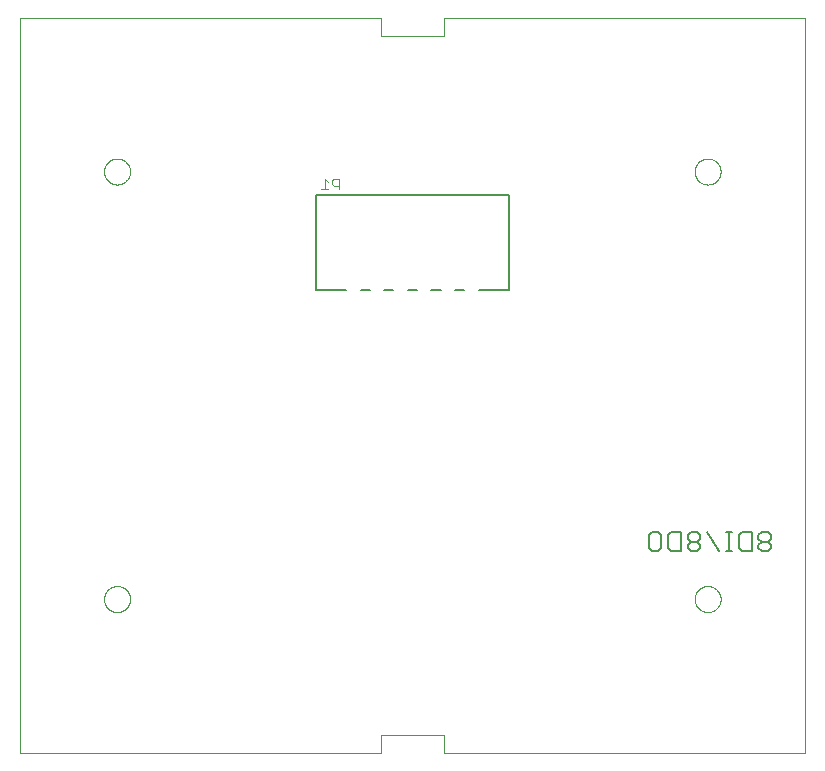
<source format=gbo>
G04 This is an RS-274x file exported by *
G04 gerbv version 2.9.0~963319 *
G04 More information is available about gerbv at *
G04 https://gerbv.github.io/ *
G04 --End of header info--*
%MOIN*%
%FSLAX36Y36*%
%IPPOS*%
%INSilk Bottom*%
G04 --Define apertures--*
%ADD10C,0.0000*%
%ADD11C,0.0070*%
%ADD12C,0.0080*%
%ADD13C,0.0040*%
G04 --Start main section--*
G54D10*
G01X0000000Y0000000D02*
G01X1204724Y0000000D01*
G01X1204724Y0000000D02*
G01X1204724Y0059055D01*
G01X1204724Y0059055D02*
G01X1413386Y0059055D01*
G01X1413386Y0059055D02*
G01X1413386Y0000000D01*
G01X1413386Y0000000D02*
G01X2618110Y0000000D01*
G01X2618110Y0000000D02*
G01X2618110Y2448819D01*
G01X2618110Y2448819D02*
G01X1413386Y2448819D01*
G01X1413386Y2448819D02*
G01X1413386Y2389764D01*
G01X1413386Y2389764D02*
G01X1204724Y2389764D01*
G01X1204724Y2389764D02*
G01X1204724Y2448819D01*
G01X1204724Y2448819D02*
G01X0000000Y2448819D01*
G01X0000000Y2448819D02*
G01X0000000Y0000000D01*
G01X0281496Y1937008D02*
G01X0281508Y1938071D01*
G01X0281508Y1938071D02*
G01X0281547Y1939134D01*
G01X0281547Y1939134D02*
G01X0281614Y1940193D01*
G01X0281614Y1940193D02*
G01X0281705Y1941252D01*
G01X0281705Y1941252D02*
G01X0281823Y1942311D01*
G01X0281823Y1942311D02*
G01X0281965Y1943362D01*
G01X0281965Y1943362D02*
G01X0282134Y1944413D01*
G01X0282134Y1944413D02*
G01X0282327Y1945457D01*
G01X0282327Y1945457D02*
G01X0282547Y1946496D01*
G01X0282547Y1946496D02*
G01X0282795Y1947531D01*
G01X0282795Y1947531D02*
G01X0283063Y1948559D01*
G01X0283063Y1948559D02*
G01X0283362Y1949579D01*
G01X0283362Y1949579D02*
G01X0283681Y1950591D01*
G01X0283681Y1950591D02*
G01X0284028Y1951598D01*
G01X0284028Y1951598D02*
G01X0284398Y1952594D01*
G01X0284398Y1952594D02*
G01X0284791Y1953583D01*
G01X0284791Y1953583D02*
G01X0285213Y1954559D01*
G01X0285213Y1954559D02*
G01X0285654Y1955524D01*
G01X0285654Y1955524D02*
G01X0286122Y1956480D01*
G01X0286122Y1956480D02*
G01X0286610Y1957421D01*
G01X0286610Y1957421D02*
G01X0287122Y1958354D01*
G01X0287122Y1958354D02*
G01X0287657Y1959272D01*
G01X0287657Y1959272D02*
G01X0288217Y1960177D01*
G01X0288217Y1960177D02*
G01X0288795Y1961067D01*
G01X0288795Y1961067D02*
G01X0289398Y1961945D01*
G01X0289398Y1961945D02*
G01X0290020Y1962807D01*
G01X0290020Y1962807D02*
G01X0290661Y1963654D01*
G01X0290661Y1963654D02*
G01X0291327Y1964480D01*
G01X0291327Y1964480D02*
G01X0292012Y1965295D01*
G01X0292012Y1965295D02*
G01X0292717Y1966091D01*
G01X0292717Y1966091D02*
G01X0293437Y1966870D01*
G01X0293437Y1966870D02*
G01X0294181Y1967630D01*
G01X0294181Y1967630D02*
G01X0294941Y1968374D01*
G01X0294941Y1968374D02*
G01X0295720Y1969094D01*
G01X0295720Y1969094D02*
G01X0296516Y1969799D01*
G01X0296516Y1969799D02*
G01X0297331Y1970484D01*
G01X0297331Y1970484D02*
G01X0298157Y1971150D01*
G01X0298157Y1971150D02*
G01X0299004Y1971791D01*
G01X0299004Y1971791D02*
G01X0299866Y1972413D01*
G01X0299866Y1972413D02*
G01X0300744Y1973016D01*
G01X0300744Y1973016D02*
G01X0301634Y1973594D01*
G01X0301634Y1973594D02*
G01X0302539Y1974154D01*
G01X0302539Y1974154D02*
G01X0303457Y1974689D01*
G01X0303457Y1974689D02*
G01X0304390Y1975201D01*
G01X0304390Y1975201D02*
G01X0305331Y1975689D01*
G01X0305331Y1975689D02*
G01X0306287Y1976157D01*
G01X0306287Y1976157D02*
G01X0307252Y1976598D01*
G01X0307252Y1976598D02*
G01X0308228Y1977020D01*
G01X0308228Y1977020D02*
G01X0309217Y1977413D01*
G01X0309217Y1977413D02*
G01X0310213Y1977783D01*
G01X0310213Y1977783D02*
G01X0311220Y1978130D01*
G01X0311220Y1978130D02*
G01X0312232Y1978449D01*
G01X0312232Y1978449D02*
G01X0313252Y1978748D01*
G01X0313252Y1978748D02*
G01X0314280Y1979016D01*
G01X0314280Y1979016D02*
G01X0315315Y1979264D01*
G01X0315315Y1979264D02*
G01X0316354Y1979484D01*
G01X0316354Y1979484D02*
G01X0317398Y1979677D01*
G01X0317398Y1979677D02*
G01X0318449Y1979846D01*
G01X0318449Y1979846D02*
G01X0319500Y1979988D01*
G01X0319500Y1979988D02*
G01X0320559Y1980106D01*
G01X0320559Y1980106D02*
G01X0321618Y1980197D01*
G01X0321618Y1980197D02*
G01X0322677Y1980264D01*
G01X0322677Y1980264D02*
G01X0323740Y1980303D01*
G01X0323740Y1980303D02*
G01X0324803Y1980315D01*
G01X0324803Y1980315D02*
G01X0325866Y1980303D01*
G01X0325866Y1980303D02*
G01X0326929Y1980264D01*
G01X0326929Y1980264D02*
G01X0327988Y1980197D01*
G01X0327988Y1980197D02*
G01X0329047Y1980106D01*
G01X0329047Y1980106D02*
G01X0330106Y1979988D01*
G01X0330106Y1979988D02*
G01X0331157Y1979846D01*
G01X0331157Y1979846D02*
G01X0332209Y1979677D01*
G01X0332209Y1979677D02*
G01X0333252Y1979484D01*
G01X0333252Y1979484D02*
G01X0334291Y1979264D01*
G01X0334291Y1979264D02*
G01X0335327Y1979016D01*
G01X0335327Y1979016D02*
G01X0336354Y1978748D01*
G01X0336354Y1978748D02*
G01X0337374Y1978449D01*
G01X0337374Y1978449D02*
G01X0338386Y1978130D01*
G01X0338386Y1978130D02*
G01X0339394Y1977783D01*
G01X0339394Y1977783D02*
G01X0340390Y1977413D01*
G01X0340390Y1977413D02*
G01X0341378Y1977020D01*
G01X0341378Y1977020D02*
G01X0342354Y1976598D01*
G01X0342354Y1976598D02*
G01X0343319Y1976157D01*
G01X0343319Y1976157D02*
G01X0344276Y1975689D01*
G01X0344276Y1975689D02*
G01X0345217Y1975201D01*
G01X0345217Y1975201D02*
G01X0346150Y1974689D01*
G01X0346150Y1974689D02*
G01X0347067Y1974154D01*
G01X0347067Y1974154D02*
G01X0347972Y1973594D01*
G01X0347972Y1973594D02*
G01X0348862Y1973016D01*
G01X0348862Y1973016D02*
G01X0349740Y1972413D01*
G01X0349740Y1972413D02*
G01X0350602Y1971791D01*
G01X0350602Y1971791D02*
G01X0351449Y1971150D01*
G01X0351449Y1971150D02*
G01X0352276Y1970484D01*
G01X0352276Y1970484D02*
G01X0353091Y1969799D01*
G01X0353091Y1969799D02*
G01X0353886Y1969094D01*
G01X0353886Y1969094D02*
G01X0354665Y1968374D01*
G01X0354665Y1968374D02*
G01X0355425Y1967630D01*
G01X0355425Y1967630D02*
G01X0356169Y1966870D01*
G01X0356169Y1966870D02*
G01X0356890Y1966091D01*
G01X0356890Y1966091D02*
G01X0357594Y1965295D01*
G01X0357594Y1965295D02*
G01X0358280Y1964480D01*
G01X0358280Y1964480D02*
G01X0358945Y1963654D01*
G01X0358945Y1963654D02*
G01X0359587Y1962807D01*
G01X0359587Y1962807D02*
G01X0360209Y1961945D01*
G01X0360209Y1961945D02*
G01X0360811Y1961067D01*
G01X0360811Y1961067D02*
G01X0361390Y1960177D01*
G01X0361390Y1960177D02*
G01X0361949Y1959272D01*
G01X0361949Y1959272D02*
G01X0362484Y1958354D01*
G01X0362484Y1958354D02*
G01X0362996Y1957421D01*
G01X0362996Y1957421D02*
G01X0363484Y1956480D01*
G01X0363484Y1956480D02*
G01X0363953Y1955524D01*
G01X0363953Y1955524D02*
G01X0364394Y1954559D01*
G01X0364394Y1954559D02*
G01X0364815Y1953583D01*
G01X0364815Y1953583D02*
G01X0365209Y1952594D01*
G01X0365209Y1952594D02*
G01X0365579Y1951598D01*
G01X0365579Y1951598D02*
G01X0365925Y1950591D01*
G01X0365925Y1950591D02*
G01X0366244Y1949579D01*
G01X0366244Y1949579D02*
G01X0366543Y1948559D01*
G01X0366543Y1948559D02*
G01X0366811Y1947531D01*
G01X0366811Y1947531D02*
G01X0367059Y1946496D01*
G01X0367059Y1946496D02*
G01X0367280Y1945457D01*
G01X0367280Y1945457D02*
G01X0367472Y1944413D01*
G01X0367472Y1944413D02*
G01X0367642Y1943362D01*
G01X0367642Y1943362D02*
G01X0367783Y1942311D01*
G01X0367783Y1942311D02*
G01X0367902Y1941252D01*
G01X0367902Y1941252D02*
G01X0367992Y1940193D01*
G01X0367992Y1940193D02*
G01X0368059Y1939134D01*
G01X0368059Y1939134D02*
G01X0368098Y1938071D01*
G01X0368098Y1938071D02*
G01X0368110Y1937008D01*
G01X0368110Y1937008D02*
G01X0368098Y1935945D01*
G01X0368098Y1935945D02*
G01X0368059Y1934882D01*
G01X0368059Y1934882D02*
G01X0367992Y1933823D01*
G01X0367992Y1933823D02*
G01X0367902Y1932764D01*
G01X0367902Y1932764D02*
G01X0367783Y1931705D01*
G01X0367783Y1931705D02*
G01X0367642Y1930654D01*
G01X0367642Y1930654D02*
G01X0367472Y1929602D01*
G01X0367472Y1929602D02*
G01X0367280Y1928559D01*
G01X0367280Y1928559D02*
G01X0367059Y1927520D01*
G01X0367059Y1927520D02*
G01X0366811Y1926484D01*
G01X0366811Y1926484D02*
G01X0366543Y1925457D01*
G01X0366543Y1925457D02*
G01X0366244Y1924437D01*
G01X0366244Y1924437D02*
G01X0365925Y1923425D01*
G01X0365925Y1923425D02*
G01X0365579Y1922417D01*
G01X0365579Y1922417D02*
G01X0365209Y1921421D01*
G01X0365209Y1921421D02*
G01X0364815Y1920433D01*
G01X0364815Y1920433D02*
G01X0364394Y1919457D01*
G01X0364394Y1919457D02*
G01X0363953Y1918492D01*
G01X0363953Y1918492D02*
G01X0363484Y1917535D01*
G01X0363484Y1917535D02*
G01X0362996Y1916594D01*
G01X0362996Y1916594D02*
G01X0362484Y1915661D01*
G01X0362484Y1915661D02*
G01X0361949Y1914744D01*
G01X0361949Y1914744D02*
G01X0361390Y1913839D01*
G01X0361390Y1913839D02*
G01X0360811Y1912949D01*
G01X0360811Y1912949D02*
G01X0360209Y1912071D01*
G01X0360209Y1912071D02*
G01X0359587Y1911209D01*
G01X0359587Y1911209D02*
G01X0358945Y1910362D01*
G01X0358945Y1910362D02*
G01X0358280Y1909535D01*
G01X0358280Y1909535D02*
G01X0357594Y1908720D01*
G01X0357594Y1908720D02*
G01X0356890Y1907925D01*
G01X0356890Y1907925D02*
G01X0356169Y1907146D01*
G01X0356169Y1907146D02*
G01X0355425Y1906386D01*
G01X0355425Y1906386D02*
G01X0354665Y1905642D01*
G01X0354665Y1905642D02*
G01X0353886Y1904921D01*
G01X0353886Y1904921D02*
G01X0353091Y1904217D01*
G01X0353091Y1904217D02*
G01X0352276Y1903531D01*
G01X0352276Y1903531D02*
G01X0351449Y1902866D01*
G01X0351449Y1902866D02*
G01X0350602Y1902224D01*
G01X0350602Y1902224D02*
G01X0349740Y1901602D01*
G01X0349740Y1901602D02*
G01X0348862Y1901000D01*
G01X0348862Y1901000D02*
G01X0347972Y1900421D01*
G01X0347972Y1900421D02*
G01X0347067Y1899862D01*
G01X0347067Y1899862D02*
G01X0346150Y1899327D01*
G01X0346150Y1899327D02*
G01X0345217Y1898815D01*
G01X0345217Y1898815D02*
G01X0344276Y1898327D01*
G01X0344276Y1898327D02*
G01X0343319Y1897858D01*
G01X0343319Y1897858D02*
G01X0342354Y1897417D01*
G01X0342354Y1897417D02*
G01X0341378Y1896996D01*
G01X0341378Y1896996D02*
G01X0340390Y1896602D01*
G01X0340390Y1896602D02*
G01X0339394Y1896232D01*
G01X0339394Y1896232D02*
G01X0338386Y1895886D01*
G01X0338386Y1895886D02*
G01X0337374Y1895567D01*
G01X0337374Y1895567D02*
G01X0336354Y1895268D01*
G01X0336354Y1895268D02*
G01X0335327Y1895000D01*
G01X0335327Y1895000D02*
G01X0334291Y1894752D01*
G01X0334291Y1894752D02*
G01X0333252Y1894531D01*
G01X0333252Y1894531D02*
G01X0332209Y1894339D01*
G01X0332209Y1894339D02*
G01X0331157Y1894169D01*
G01X0331157Y1894169D02*
G01X0330106Y1894028D01*
G01X0330106Y1894028D02*
G01X0329047Y1893909D01*
G01X0329047Y1893909D02*
G01X0327988Y1893819D01*
G01X0327988Y1893819D02*
G01X0326929Y1893752D01*
G01X0326929Y1893752D02*
G01X0325866Y1893713D01*
G01X0325866Y1893713D02*
G01X0324803Y1893701D01*
G01X0324803Y1893701D02*
G01X0323740Y1893713D01*
G01X0323740Y1893713D02*
G01X0322677Y1893752D01*
G01X0322677Y1893752D02*
G01X0321618Y1893819D01*
G01X0321618Y1893819D02*
G01X0320559Y1893909D01*
G01X0320559Y1893909D02*
G01X0319500Y1894028D01*
G01X0319500Y1894028D02*
G01X0318449Y1894169D01*
G01X0318449Y1894169D02*
G01X0317398Y1894339D01*
G01X0317398Y1894339D02*
G01X0316354Y1894531D01*
G01X0316354Y1894531D02*
G01X0315315Y1894752D01*
G01X0315315Y1894752D02*
G01X0314280Y1895000D01*
G01X0314280Y1895000D02*
G01X0313252Y1895268D01*
G01X0313252Y1895268D02*
G01X0312232Y1895567D01*
G01X0312232Y1895567D02*
G01X0311220Y1895886D01*
G01X0311220Y1895886D02*
G01X0310213Y1896232D01*
G01X0310213Y1896232D02*
G01X0309217Y1896602D01*
G01X0309217Y1896602D02*
G01X0308228Y1896996D01*
G01X0308228Y1896996D02*
G01X0307252Y1897417D01*
G01X0307252Y1897417D02*
G01X0306287Y1897858D01*
G01X0306287Y1897858D02*
G01X0305331Y1898327D01*
G01X0305331Y1898327D02*
G01X0304390Y1898815D01*
G01X0304390Y1898815D02*
G01X0303457Y1899327D01*
G01X0303457Y1899327D02*
G01X0302539Y1899862D01*
G01X0302539Y1899862D02*
G01X0301634Y1900421D01*
G01X0301634Y1900421D02*
G01X0300744Y1901000D01*
G01X0300744Y1901000D02*
G01X0299866Y1901602D01*
G01X0299866Y1901602D02*
G01X0299004Y1902224D01*
G01X0299004Y1902224D02*
G01X0298157Y1902866D01*
G01X0298157Y1902866D02*
G01X0297331Y1903531D01*
G01X0297331Y1903531D02*
G01X0296516Y1904217D01*
G01X0296516Y1904217D02*
G01X0295720Y1904921D01*
G01X0295720Y1904921D02*
G01X0294941Y1905642D01*
G01X0294941Y1905642D02*
G01X0294181Y1906386D01*
G01X0294181Y1906386D02*
G01X0293437Y1907146D01*
G01X0293437Y1907146D02*
G01X0292717Y1907925D01*
G01X0292717Y1907925D02*
G01X0292012Y1908720D01*
G01X0292012Y1908720D02*
G01X0291327Y1909535D01*
G01X0291327Y1909535D02*
G01X0290661Y1910362D01*
G01X0290661Y1910362D02*
G01X0290020Y1911209D01*
G01X0290020Y1911209D02*
G01X0289398Y1912071D01*
G01X0289398Y1912071D02*
G01X0288795Y1912949D01*
G01X0288795Y1912949D02*
G01X0288217Y1913839D01*
G01X0288217Y1913839D02*
G01X0287657Y1914744D01*
G01X0287657Y1914744D02*
G01X0287122Y1915661D01*
G01X0287122Y1915661D02*
G01X0286610Y1916594D01*
G01X0286610Y1916594D02*
G01X0286122Y1917535D01*
G01X0286122Y1917535D02*
G01X0285654Y1918492D01*
G01X0285654Y1918492D02*
G01X0285213Y1919457D01*
G01X0285213Y1919457D02*
G01X0284791Y1920433D01*
G01X0284791Y1920433D02*
G01X0284398Y1921421D01*
G01X0284398Y1921421D02*
G01X0284028Y1922417D01*
G01X0284028Y1922417D02*
G01X0283681Y1923425D01*
G01X0283681Y1923425D02*
G01X0283362Y1924437D01*
G01X0283362Y1924437D02*
G01X0283063Y1925457D01*
G01X0283063Y1925457D02*
G01X0282795Y1926484D01*
G01X0282795Y1926484D02*
G01X0282547Y1927520D01*
G01X0282547Y1927520D02*
G01X0282327Y1928559D01*
G01X0282327Y1928559D02*
G01X0282134Y1929602D01*
G01X0282134Y1929602D02*
G01X0281965Y1930654D01*
G01X0281965Y1930654D02*
G01X0281823Y1931705D01*
G01X0281823Y1931705D02*
G01X0281705Y1932764D01*
G01X0281705Y1932764D02*
G01X0281614Y1933823D01*
G01X0281614Y1933823D02*
G01X0281547Y1934882D01*
G01X0281547Y1934882D02*
G01X0281508Y1935945D01*
G01X0281508Y1935945D02*
G01X0281496Y1937008D01*
G01X2250000Y0511811D02*
G01X2250012Y0512874D01*
G01X2250012Y0512874D02*
G01X2250051Y0513937D01*
G01X2250051Y0513937D02*
G01X2250118Y0514996D01*
G01X2250118Y0514996D02*
G01X2250209Y0516055D01*
G01X2250209Y0516055D02*
G01X2250327Y0517114D01*
G01X2250327Y0517114D02*
G01X2250469Y0518165D01*
G01X2250469Y0518165D02*
G01X2250638Y0519217D01*
G01X2250638Y0519217D02*
G01X2250831Y0520260D01*
G01X2250831Y0520260D02*
G01X2251051Y0521299D01*
G01X2251051Y0521299D02*
G01X2251299Y0522335D01*
G01X2251299Y0522335D02*
G01X2251567Y0523362D01*
G01X2251567Y0523362D02*
G01X2251866Y0524382D01*
G01X2251866Y0524382D02*
G01X2252185Y0525394D01*
G01X2252185Y0525394D02*
G01X2252531Y0526402D01*
G01X2252531Y0526402D02*
G01X2252902Y0527398D01*
G01X2252902Y0527398D02*
G01X2253295Y0528386D01*
G01X2253295Y0528386D02*
G01X2253717Y0529362D01*
G01X2253717Y0529362D02*
G01X2254157Y0530327D01*
G01X2254157Y0530327D02*
G01X2254626Y0531283D01*
G01X2254626Y0531283D02*
G01X2255114Y0532224D01*
G01X2255114Y0532224D02*
G01X2255626Y0533157D01*
G01X2255626Y0533157D02*
G01X2256161Y0534075D01*
G01X2256161Y0534075D02*
G01X2256720Y0534980D01*
G01X2256720Y0534980D02*
G01X2257299Y0535870D01*
G01X2257299Y0535870D02*
G01X2257902Y0536748D01*
G01X2257902Y0536748D02*
G01X2258524Y0537610D01*
G01X2258524Y0537610D02*
G01X2259165Y0538457D01*
G01X2259165Y0538457D02*
G01X2259831Y0539283D01*
G01X2259831Y0539283D02*
G01X2260516Y0540098D01*
G01X2260516Y0540098D02*
G01X2261220Y0540894D01*
G01X2261220Y0540894D02*
G01X2261941Y0541673D01*
G01X2261941Y0541673D02*
G01X2262685Y0542433D01*
G01X2262685Y0542433D02*
G01X2263445Y0543177D01*
G01X2263445Y0543177D02*
G01X2264224Y0543898D01*
G01X2264224Y0543898D02*
G01X2265020Y0544602D01*
G01X2265020Y0544602D02*
G01X2265835Y0545287D01*
G01X2265835Y0545287D02*
G01X2266661Y0545953D01*
G01X2266661Y0545953D02*
G01X2267508Y0546594D01*
G01X2267508Y0546594D02*
G01X2268370Y0547217D01*
G01X2268370Y0547217D02*
G01X2269248Y0547819D01*
G01X2269248Y0547819D02*
G01X2270138Y0548398D01*
G01X2270138Y0548398D02*
G01X2271043Y0548957D01*
G01X2271043Y0548957D02*
G01X2271961Y0549492D01*
G01X2271961Y0549492D02*
G01X2272894Y0550004D01*
G01X2272894Y0550004D02*
G01X2273835Y0550492D01*
G01X2273835Y0550492D02*
G01X2274791Y0550961D01*
G01X2274791Y0550961D02*
G01X2275756Y0551402D01*
G01X2275756Y0551402D02*
G01X2276732Y0551823D01*
G01X2276732Y0551823D02*
G01X2277720Y0552217D01*
G01X2277720Y0552217D02*
G01X2278717Y0552587D01*
G01X2278717Y0552587D02*
G01X2279724Y0552933D01*
G01X2279724Y0552933D02*
G01X2280736Y0553252D01*
G01X2280736Y0553252D02*
G01X2281756Y0553551D01*
G01X2281756Y0553551D02*
G01X2282783Y0553819D01*
G01X2282783Y0553819D02*
G01X2283819Y0554067D01*
G01X2283819Y0554067D02*
G01X2284858Y0554287D01*
G01X2284858Y0554287D02*
G01X2285902Y0554480D01*
G01X2285902Y0554480D02*
G01X2286953Y0554650D01*
G01X2286953Y0554650D02*
G01X2288004Y0554791D01*
G01X2288004Y0554791D02*
G01X2289063Y0554909D01*
G01X2289063Y0554909D02*
G01X2290122Y0555000D01*
G01X2290122Y0555000D02*
G01X2291181Y0555067D01*
G01X2291181Y0555067D02*
G01X2292244Y0555106D01*
G01X2292244Y0555106D02*
G01X2293307Y0555118D01*
G01X2293307Y0555118D02*
G01X2294370Y0555106D01*
G01X2294370Y0555106D02*
G01X2295433Y0555067D01*
G01X2295433Y0555067D02*
G01X2296492Y0555000D01*
G01X2296492Y0555000D02*
G01X2297551Y0554909D01*
G01X2297551Y0554909D02*
G01X2298610Y0554791D01*
G01X2298610Y0554791D02*
G01X2299661Y0554650D01*
G01X2299661Y0554650D02*
G01X2300713Y0554480D01*
G01X2300713Y0554480D02*
G01X2301756Y0554287D01*
G01X2301756Y0554287D02*
G01X2302795Y0554067D01*
G01X2302795Y0554067D02*
G01X2303831Y0553819D01*
G01X2303831Y0553819D02*
G01X2304858Y0553551D01*
G01X2304858Y0553551D02*
G01X2305878Y0553252D01*
G01X2305878Y0553252D02*
G01X2306890Y0552933D01*
G01X2306890Y0552933D02*
G01X2307898Y0552587D01*
G01X2307898Y0552587D02*
G01X2308894Y0552217D01*
G01X2308894Y0552217D02*
G01X2309882Y0551823D01*
G01X2309882Y0551823D02*
G01X2310858Y0551402D01*
G01X2310858Y0551402D02*
G01X2311823Y0550961D01*
G01X2311823Y0550961D02*
G01X2312780Y0550492D01*
G01X2312780Y0550492D02*
G01X2313720Y0550004D01*
G01X2313720Y0550004D02*
G01X2314654Y0549492D01*
G01X2314654Y0549492D02*
G01X2315571Y0548957D01*
G01X2315571Y0548957D02*
G01X2316476Y0548398D01*
G01X2316476Y0548398D02*
G01X2317366Y0547819D01*
G01X2317366Y0547819D02*
G01X2318244Y0547217D01*
G01X2318244Y0547217D02*
G01X2319106Y0546594D01*
G01X2319106Y0546594D02*
G01X2319953Y0545953D01*
G01X2319953Y0545953D02*
G01X2320780Y0545287D01*
G01X2320780Y0545287D02*
G01X2321594Y0544602D01*
G01X2321594Y0544602D02*
G01X2322390Y0543898D01*
G01X2322390Y0543898D02*
G01X2323169Y0543177D01*
G01X2323169Y0543177D02*
G01X2323929Y0542433D01*
G01X2323929Y0542433D02*
G01X2324673Y0541673D01*
G01X2324673Y0541673D02*
G01X2325394Y0540894D01*
G01X2325394Y0540894D02*
G01X2326098Y0540098D01*
G01X2326098Y0540098D02*
G01X2326783Y0539283D01*
G01X2326783Y0539283D02*
G01X2327449Y0538457D01*
G01X2327449Y0538457D02*
G01X2328091Y0537610D01*
G01X2328091Y0537610D02*
G01X2328713Y0536748D01*
G01X2328713Y0536748D02*
G01X2329315Y0535870D01*
G01X2329315Y0535870D02*
G01X2329894Y0534980D01*
G01X2329894Y0534980D02*
G01X2330453Y0534075D01*
G01X2330453Y0534075D02*
G01X2330988Y0533157D01*
G01X2330988Y0533157D02*
G01X2331500Y0532224D01*
G01X2331500Y0532224D02*
G01X2331988Y0531283D01*
G01X2331988Y0531283D02*
G01X2332457Y0530327D01*
G01X2332457Y0530327D02*
G01X2332898Y0529362D01*
G01X2332898Y0529362D02*
G01X2333319Y0528386D01*
G01X2333319Y0528386D02*
G01X2333713Y0527398D01*
G01X2333713Y0527398D02*
G01X2334083Y0526402D01*
G01X2334083Y0526402D02*
G01X2334429Y0525394D01*
G01X2334429Y0525394D02*
G01X2334748Y0524382D01*
G01X2334748Y0524382D02*
G01X2335047Y0523362D01*
G01X2335047Y0523362D02*
G01X2335315Y0522335D01*
G01X2335315Y0522335D02*
G01X2335563Y0521299D01*
G01X2335563Y0521299D02*
G01X2335783Y0520260D01*
G01X2335783Y0520260D02*
G01X2335976Y0519217D01*
G01X2335976Y0519217D02*
G01X2336146Y0518165D01*
G01X2336146Y0518165D02*
G01X2336287Y0517114D01*
G01X2336287Y0517114D02*
G01X2336406Y0516055D01*
G01X2336406Y0516055D02*
G01X2336496Y0514996D01*
G01X2336496Y0514996D02*
G01X2336563Y0513937D01*
G01X2336563Y0513937D02*
G01X2336602Y0512874D01*
G01X2336602Y0512874D02*
G01X2336614Y0511811D01*
G01X2336614Y0511811D02*
G01X2336602Y0510748D01*
G01X2336602Y0510748D02*
G01X2336563Y0509685D01*
G01X2336563Y0509685D02*
G01X2336496Y0508626D01*
G01X2336496Y0508626D02*
G01X2336406Y0507567D01*
G01X2336406Y0507567D02*
G01X2336287Y0506508D01*
G01X2336287Y0506508D02*
G01X2336146Y0505457D01*
G01X2336146Y0505457D02*
G01X2335976Y0504406D01*
G01X2335976Y0504406D02*
G01X2335783Y0503362D01*
G01X2335783Y0503362D02*
G01X2335563Y0502323D01*
G01X2335563Y0502323D02*
G01X2335315Y0501287D01*
G01X2335315Y0501287D02*
G01X2335047Y0500260D01*
G01X2335047Y0500260D02*
G01X2334748Y0499240D01*
G01X2334748Y0499240D02*
G01X2334429Y0498228D01*
G01X2334429Y0498228D02*
G01X2334083Y0497220D01*
G01X2334083Y0497220D02*
G01X2333713Y0496224D01*
G01X2333713Y0496224D02*
G01X2333319Y0495236D01*
G01X2333319Y0495236D02*
G01X2332898Y0494260D01*
G01X2332898Y0494260D02*
G01X2332457Y0493295D01*
G01X2332457Y0493295D02*
G01X2331988Y0492339D01*
G01X2331988Y0492339D02*
G01X2331500Y0491398D01*
G01X2331500Y0491398D02*
G01X2330988Y0490465D01*
G01X2330988Y0490465D02*
G01X2330453Y0489547D01*
G01X2330453Y0489547D02*
G01X2329894Y0488642D01*
G01X2329894Y0488642D02*
G01X2329315Y0487752D01*
G01X2329315Y0487752D02*
G01X2328713Y0486874D01*
G01X2328713Y0486874D02*
G01X2328091Y0486012D01*
G01X2328091Y0486012D02*
G01X2327449Y0485165D01*
G01X2327449Y0485165D02*
G01X2326783Y0484339D01*
G01X2326783Y0484339D02*
G01X2326098Y0483524D01*
G01X2326098Y0483524D02*
G01X2325394Y0482728D01*
G01X2325394Y0482728D02*
G01X2324673Y0481949D01*
G01X2324673Y0481949D02*
G01X2323929Y0481189D01*
G01X2323929Y0481189D02*
G01X2323169Y0480445D01*
G01X2323169Y0480445D02*
G01X2322390Y0479724D01*
G01X2322390Y0479724D02*
G01X2321594Y0479020D01*
G01X2321594Y0479020D02*
G01X2320780Y0478335D01*
G01X2320780Y0478335D02*
G01X2319953Y0477669D01*
G01X2319953Y0477669D02*
G01X2319106Y0477028D01*
G01X2319106Y0477028D02*
G01X2318244Y0476406D01*
G01X2318244Y0476406D02*
G01X2317366Y0475803D01*
G01X2317366Y0475803D02*
G01X2316476Y0475224D01*
G01X2316476Y0475224D02*
G01X2315571Y0474665D01*
G01X2315571Y0474665D02*
G01X2314654Y0474130D01*
G01X2314654Y0474130D02*
G01X2313720Y0473618D01*
G01X2313720Y0473618D02*
G01X2312780Y0473130D01*
G01X2312780Y0473130D02*
G01X2311823Y0472661D01*
G01X2311823Y0472661D02*
G01X2310858Y0472220D01*
G01X2310858Y0472220D02*
G01X2309882Y0471799D01*
G01X2309882Y0471799D02*
G01X2308894Y0471406D01*
G01X2308894Y0471406D02*
G01X2307898Y0471035D01*
G01X2307898Y0471035D02*
G01X2306890Y0470689D01*
G01X2306890Y0470689D02*
G01X2305878Y0470370D01*
G01X2305878Y0470370D02*
G01X2304858Y0470071D01*
G01X2304858Y0470071D02*
G01X2303831Y0469803D01*
G01X2303831Y0469803D02*
G01X2302795Y0469555D01*
G01X2302795Y0469555D02*
G01X2301756Y0469335D01*
G01X2301756Y0469335D02*
G01X2300713Y0469142D01*
G01X2300713Y0469142D02*
G01X2299661Y0468972D01*
G01X2299661Y0468972D02*
G01X2298610Y0468831D01*
G01X2298610Y0468831D02*
G01X2297551Y0468713D01*
G01X2297551Y0468713D02*
G01X2296492Y0468622D01*
G01X2296492Y0468622D02*
G01X2295433Y0468555D01*
G01X2295433Y0468555D02*
G01X2294370Y0468516D01*
G01X2294370Y0468516D02*
G01X2293307Y0468504D01*
G01X2293307Y0468504D02*
G01X2292244Y0468516D01*
G01X2292244Y0468516D02*
G01X2291181Y0468555D01*
G01X2291181Y0468555D02*
G01X2290122Y0468622D01*
G01X2290122Y0468622D02*
G01X2289063Y0468713D01*
G01X2289063Y0468713D02*
G01X2288004Y0468831D01*
G01X2288004Y0468831D02*
G01X2286953Y0468972D01*
G01X2286953Y0468972D02*
G01X2285902Y0469142D01*
G01X2285902Y0469142D02*
G01X2284858Y0469335D01*
G01X2284858Y0469335D02*
G01X2283819Y0469555D01*
G01X2283819Y0469555D02*
G01X2282783Y0469803D01*
G01X2282783Y0469803D02*
G01X2281756Y0470071D01*
G01X2281756Y0470071D02*
G01X2280736Y0470370D01*
G01X2280736Y0470370D02*
G01X2279724Y0470689D01*
G01X2279724Y0470689D02*
G01X2278717Y0471035D01*
G01X2278717Y0471035D02*
G01X2277720Y0471406D01*
G01X2277720Y0471406D02*
G01X2276732Y0471799D01*
G01X2276732Y0471799D02*
G01X2275756Y0472220D01*
G01X2275756Y0472220D02*
G01X2274791Y0472661D01*
G01X2274791Y0472661D02*
G01X2273835Y0473130D01*
G01X2273835Y0473130D02*
G01X2272894Y0473618D01*
G01X2272894Y0473618D02*
G01X2271961Y0474130D01*
G01X2271961Y0474130D02*
G01X2271043Y0474665D01*
G01X2271043Y0474665D02*
G01X2270138Y0475224D01*
G01X2270138Y0475224D02*
G01X2269248Y0475803D01*
G01X2269248Y0475803D02*
G01X2268370Y0476406D01*
G01X2268370Y0476406D02*
G01X2267508Y0477028D01*
G01X2267508Y0477028D02*
G01X2266661Y0477669D01*
G01X2266661Y0477669D02*
G01X2265835Y0478335D01*
G01X2265835Y0478335D02*
G01X2265020Y0479020D01*
G01X2265020Y0479020D02*
G01X2264224Y0479724D01*
G01X2264224Y0479724D02*
G01X2263445Y0480445D01*
G01X2263445Y0480445D02*
G01X2262685Y0481189D01*
G01X2262685Y0481189D02*
G01X2261941Y0481949D01*
G01X2261941Y0481949D02*
G01X2261220Y0482728D01*
G01X2261220Y0482728D02*
G01X2260516Y0483524D01*
G01X2260516Y0483524D02*
G01X2259831Y0484339D01*
G01X2259831Y0484339D02*
G01X2259165Y0485165D01*
G01X2259165Y0485165D02*
G01X2258524Y0486012D01*
G01X2258524Y0486012D02*
G01X2257902Y0486874D01*
G01X2257902Y0486874D02*
G01X2257299Y0487752D01*
G01X2257299Y0487752D02*
G01X2256720Y0488642D01*
G01X2256720Y0488642D02*
G01X2256161Y0489547D01*
G01X2256161Y0489547D02*
G01X2255626Y0490465D01*
G01X2255626Y0490465D02*
G01X2255114Y0491398D01*
G01X2255114Y0491398D02*
G01X2254626Y0492339D01*
G01X2254626Y0492339D02*
G01X2254157Y0493295D01*
G01X2254157Y0493295D02*
G01X2253717Y0494260D01*
G01X2253717Y0494260D02*
G01X2253295Y0495236D01*
G01X2253295Y0495236D02*
G01X2252902Y0496224D01*
G01X2252902Y0496224D02*
G01X2252531Y0497220D01*
G01X2252531Y0497220D02*
G01X2252185Y0498228D01*
G01X2252185Y0498228D02*
G01X2251866Y0499240D01*
G01X2251866Y0499240D02*
G01X2251567Y0500260D01*
G01X2251567Y0500260D02*
G01X2251299Y0501287D01*
G01X2251299Y0501287D02*
G01X2251051Y0502323D01*
G01X2251051Y0502323D02*
G01X2250831Y0503362D01*
G01X2250831Y0503362D02*
G01X2250638Y0504406D01*
G01X2250638Y0504406D02*
G01X2250469Y0505457D01*
G01X2250469Y0505457D02*
G01X2250327Y0506508D01*
G01X2250327Y0506508D02*
G01X2250209Y0507567D01*
G01X2250209Y0507567D02*
G01X2250118Y0508626D01*
G01X2250118Y0508626D02*
G01X2250051Y0509685D01*
G01X2250051Y0509685D02*
G01X2250012Y0510748D01*
G01X2250012Y0510748D02*
G01X2250000Y0511811D01*
G54D11*
G01X2494150Y0734311D02*
G01X2504657Y0723799D01*
G01X2494150Y0734311D02*
G01X2473130Y0734311D01*
G01X2473130Y0734311D02*
G01X2462622Y0723799D01*
G01X2462622Y0723799D02*
G01X2462622Y0713291D01*
G01X2462622Y0713291D02*
G01X2473130Y0702783D01*
G01X2473130Y0702783D02*
G01X2462622Y0692276D01*
G01X2462622Y0692276D02*
G01X2462622Y0681764D01*
G01X2462622Y0681764D02*
G01X2473130Y0671256D01*
G01X2473130Y0671256D02*
G01X2494150Y0671256D01*
G01X2494150Y0671256D02*
G01X2504657Y0681764D01*
G01X2504657Y0681764D02*
G01X2504657Y0692276D01*
G01X2504657Y0692276D02*
G01X2494150Y0702783D01*
G01X2494150Y0702783D02*
G01X2504657Y0713291D01*
G01X2504657Y0713291D02*
G01X2504657Y0723799D01*
G01X2494150Y0702783D02*
G01X2473130Y0702783D01*
G01X2440201Y0734311D02*
G01X2440201Y0671256D01*
G01X2440201Y0671256D02*
G01X2408677Y0671256D01*
G01X2408677Y0671256D02*
G01X2398165Y0681764D01*
G01X2398165Y0681764D02*
G01X2398165Y0723799D01*
G01X2398165Y0723799D02*
G01X2408677Y0734311D01*
G01X2408677Y0734311D02*
G01X2440201Y0734311D01*
G01X2375748Y0671256D02*
G01X2354728Y0671256D01*
G01X2365240Y0671256D02*
G01X2365240Y0734311D01*
G01X2375748Y0734311D02*
G01X2354728Y0734311D01*
G01X2290740Y0734311D02*
G01X2332776Y0671256D01*
G01X2268323Y0723799D02*
G01X2257815Y0734311D01*
G01X2257815Y0734311D02*
G01X2236795Y0734311D01*
G01X2236795Y0734311D02*
G01X2226287Y0723799D01*
G01X2226287Y0723799D02*
G01X2226287Y0713291D01*
G01X2226287Y0713291D02*
G01X2236795Y0702783D01*
G01X2236795Y0702783D02*
G01X2226287Y0692276D01*
G01X2226287Y0692276D02*
G01X2226287Y0681764D01*
G01X2226287Y0681764D02*
G01X2236795Y0671256D01*
G01X2236795Y0671256D02*
G01X2257815Y0671256D01*
G01X2257815Y0671256D02*
G01X2268323Y0681764D01*
G01X2268323Y0681764D02*
G01X2268323Y0692276D01*
G01X2268323Y0692276D02*
G01X2257815Y0702783D01*
G01X2257815Y0702783D02*
G01X2268323Y0713291D01*
G01X2268323Y0713291D02*
G01X2268323Y0723799D01*
G01X2257815Y0702783D02*
G01X2236795Y0702783D01*
G01X2203866Y0734311D02*
G01X2203866Y0671256D01*
G01X2203866Y0671256D02*
G01X2172343Y0671256D01*
G01X2172343Y0671256D02*
G01X2161831Y0681764D01*
G01X2161831Y0681764D02*
G01X2161831Y0723799D01*
G01X2161831Y0723799D02*
G01X2172343Y0734311D01*
G01X2172343Y0734311D02*
G01X2203866Y0734311D01*
G01X2128906Y0734311D02*
G01X2107886Y0734311D01*
G01X2128906Y0734311D02*
G01X2139413Y0723799D01*
G01X2139413Y0723799D02*
G01X2139413Y0681764D01*
G01X2139413Y0681764D02*
G01X2128906Y0671256D01*
G01X2128906Y0671256D02*
G01X2107886Y0671256D01*
G01X2107886Y0671256D02*
G01X2097378Y0681764D01*
G01X2097378Y0681764D02*
G01X2097378Y0723799D01*
G01X2097378Y0723799D02*
G01X2107886Y0734311D01*
G54D10*
G01X0281496Y0511811D02*
G01X0281508Y0512874D01*
G01X0281508Y0512874D02*
G01X0281547Y0513937D01*
G01X0281547Y0513937D02*
G01X0281614Y0514996D01*
G01X0281614Y0514996D02*
G01X0281705Y0516055D01*
G01X0281705Y0516055D02*
G01X0281823Y0517114D01*
G01X0281823Y0517114D02*
G01X0281965Y0518165D01*
G01X0281965Y0518165D02*
G01X0282134Y0519217D01*
G01X0282134Y0519217D02*
G01X0282327Y0520260D01*
G01X0282327Y0520260D02*
G01X0282547Y0521299D01*
G01X0282547Y0521299D02*
G01X0282795Y0522335D01*
G01X0282795Y0522335D02*
G01X0283063Y0523362D01*
G01X0283063Y0523362D02*
G01X0283362Y0524382D01*
G01X0283362Y0524382D02*
G01X0283681Y0525394D01*
G01X0283681Y0525394D02*
G01X0284028Y0526402D01*
G01X0284028Y0526402D02*
G01X0284398Y0527398D01*
G01X0284398Y0527398D02*
G01X0284791Y0528386D01*
G01X0284791Y0528386D02*
G01X0285213Y0529362D01*
G01X0285213Y0529362D02*
G01X0285654Y0530327D01*
G01X0285654Y0530327D02*
G01X0286122Y0531283D01*
G01X0286122Y0531283D02*
G01X0286610Y0532224D01*
G01X0286610Y0532224D02*
G01X0287122Y0533157D01*
G01X0287122Y0533157D02*
G01X0287657Y0534075D01*
G01X0287657Y0534075D02*
G01X0288217Y0534980D01*
G01X0288217Y0534980D02*
G01X0288795Y0535870D01*
G01X0288795Y0535870D02*
G01X0289398Y0536748D01*
G01X0289398Y0536748D02*
G01X0290020Y0537610D01*
G01X0290020Y0537610D02*
G01X0290661Y0538457D01*
G01X0290661Y0538457D02*
G01X0291327Y0539283D01*
G01X0291327Y0539283D02*
G01X0292012Y0540098D01*
G01X0292012Y0540098D02*
G01X0292717Y0540894D01*
G01X0292717Y0540894D02*
G01X0293437Y0541673D01*
G01X0293437Y0541673D02*
G01X0294181Y0542433D01*
G01X0294181Y0542433D02*
G01X0294941Y0543177D01*
G01X0294941Y0543177D02*
G01X0295720Y0543898D01*
G01X0295720Y0543898D02*
G01X0296516Y0544602D01*
G01X0296516Y0544602D02*
G01X0297331Y0545287D01*
G01X0297331Y0545287D02*
G01X0298157Y0545953D01*
G01X0298157Y0545953D02*
G01X0299004Y0546594D01*
G01X0299004Y0546594D02*
G01X0299866Y0547217D01*
G01X0299866Y0547217D02*
G01X0300744Y0547819D01*
G01X0300744Y0547819D02*
G01X0301634Y0548398D01*
G01X0301634Y0548398D02*
G01X0302539Y0548957D01*
G01X0302539Y0548957D02*
G01X0303457Y0549492D01*
G01X0303457Y0549492D02*
G01X0304390Y0550004D01*
G01X0304390Y0550004D02*
G01X0305331Y0550492D01*
G01X0305331Y0550492D02*
G01X0306287Y0550961D01*
G01X0306287Y0550961D02*
G01X0307252Y0551402D01*
G01X0307252Y0551402D02*
G01X0308228Y0551823D01*
G01X0308228Y0551823D02*
G01X0309217Y0552217D01*
G01X0309217Y0552217D02*
G01X0310213Y0552587D01*
G01X0310213Y0552587D02*
G01X0311220Y0552933D01*
G01X0311220Y0552933D02*
G01X0312232Y0553252D01*
G01X0312232Y0553252D02*
G01X0313252Y0553551D01*
G01X0313252Y0553551D02*
G01X0314280Y0553819D01*
G01X0314280Y0553819D02*
G01X0315315Y0554067D01*
G01X0315315Y0554067D02*
G01X0316354Y0554287D01*
G01X0316354Y0554287D02*
G01X0317398Y0554480D01*
G01X0317398Y0554480D02*
G01X0318449Y0554650D01*
G01X0318449Y0554650D02*
G01X0319500Y0554791D01*
G01X0319500Y0554791D02*
G01X0320559Y0554909D01*
G01X0320559Y0554909D02*
G01X0321618Y0555000D01*
G01X0321618Y0555000D02*
G01X0322677Y0555067D01*
G01X0322677Y0555067D02*
G01X0323740Y0555106D01*
G01X0323740Y0555106D02*
G01X0324803Y0555118D01*
G01X0324803Y0555118D02*
G01X0325866Y0555106D01*
G01X0325866Y0555106D02*
G01X0326929Y0555067D01*
G01X0326929Y0555067D02*
G01X0327988Y0555000D01*
G01X0327988Y0555000D02*
G01X0329047Y0554909D01*
G01X0329047Y0554909D02*
G01X0330106Y0554791D01*
G01X0330106Y0554791D02*
G01X0331157Y0554650D01*
G01X0331157Y0554650D02*
G01X0332209Y0554480D01*
G01X0332209Y0554480D02*
G01X0333252Y0554287D01*
G01X0333252Y0554287D02*
G01X0334291Y0554067D01*
G01X0334291Y0554067D02*
G01X0335327Y0553819D01*
G01X0335327Y0553819D02*
G01X0336354Y0553551D01*
G01X0336354Y0553551D02*
G01X0337374Y0553252D01*
G01X0337374Y0553252D02*
G01X0338386Y0552933D01*
G01X0338386Y0552933D02*
G01X0339394Y0552587D01*
G01X0339394Y0552587D02*
G01X0340390Y0552217D01*
G01X0340390Y0552217D02*
G01X0341378Y0551823D01*
G01X0341378Y0551823D02*
G01X0342354Y0551402D01*
G01X0342354Y0551402D02*
G01X0343319Y0550961D01*
G01X0343319Y0550961D02*
G01X0344276Y0550492D01*
G01X0344276Y0550492D02*
G01X0345217Y0550004D01*
G01X0345217Y0550004D02*
G01X0346150Y0549492D01*
G01X0346150Y0549492D02*
G01X0347067Y0548957D01*
G01X0347067Y0548957D02*
G01X0347972Y0548398D01*
G01X0347972Y0548398D02*
G01X0348862Y0547819D01*
G01X0348862Y0547819D02*
G01X0349740Y0547217D01*
G01X0349740Y0547217D02*
G01X0350602Y0546594D01*
G01X0350602Y0546594D02*
G01X0351449Y0545953D01*
G01X0351449Y0545953D02*
G01X0352276Y0545287D01*
G01X0352276Y0545287D02*
G01X0353091Y0544602D01*
G01X0353091Y0544602D02*
G01X0353886Y0543898D01*
G01X0353886Y0543898D02*
G01X0354665Y0543177D01*
G01X0354665Y0543177D02*
G01X0355425Y0542433D01*
G01X0355425Y0542433D02*
G01X0356169Y0541673D01*
G01X0356169Y0541673D02*
G01X0356890Y0540894D01*
G01X0356890Y0540894D02*
G01X0357594Y0540098D01*
G01X0357594Y0540098D02*
G01X0358280Y0539283D01*
G01X0358280Y0539283D02*
G01X0358945Y0538457D01*
G01X0358945Y0538457D02*
G01X0359587Y0537610D01*
G01X0359587Y0537610D02*
G01X0360209Y0536748D01*
G01X0360209Y0536748D02*
G01X0360811Y0535870D01*
G01X0360811Y0535870D02*
G01X0361390Y0534980D01*
G01X0361390Y0534980D02*
G01X0361949Y0534075D01*
G01X0361949Y0534075D02*
G01X0362484Y0533157D01*
G01X0362484Y0533157D02*
G01X0362996Y0532224D01*
G01X0362996Y0532224D02*
G01X0363484Y0531283D01*
G01X0363484Y0531283D02*
G01X0363953Y0530327D01*
G01X0363953Y0530327D02*
G01X0364394Y0529362D01*
G01X0364394Y0529362D02*
G01X0364815Y0528386D01*
G01X0364815Y0528386D02*
G01X0365209Y0527398D01*
G01X0365209Y0527398D02*
G01X0365579Y0526402D01*
G01X0365579Y0526402D02*
G01X0365925Y0525394D01*
G01X0365925Y0525394D02*
G01X0366244Y0524382D01*
G01X0366244Y0524382D02*
G01X0366543Y0523362D01*
G01X0366543Y0523362D02*
G01X0366811Y0522335D01*
G01X0366811Y0522335D02*
G01X0367059Y0521299D01*
G01X0367059Y0521299D02*
G01X0367280Y0520260D01*
G01X0367280Y0520260D02*
G01X0367472Y0519217D01*
G01X0367472Y0519217D02*
G01X0367642Y0518165D01*
G01X0367642Y0518165D02*
G01X0367783Y0517114D01*
G01X0367783Y0517114D02*
G01X0367902Y0516055D01*
G01X0367902Y0516055D02*
G01X0367992Y0514996D01*
G01X0367992Y0514996D02*
G01X0368059Y0513937D01*
G01X0368059Y0513937D02*
G01X0368098Y0512874D01*
G01X0368098Y0512874D02*
G01X0368110Y0511811D01*
G01X0368110Y0511811D02*
G01X0368098Y0510748D01*
G01X0368098Y0510748D02*
G01X0368059Y0509685D01*
G01X0368059Y0509685D02*
G01X0367992Y0508626D01*
G01X0367992Y0508626D02*
G01X0367902Y0507567D01*
G01X0367902Y0507567D02*
G01X0367783Y0506508D01*
G01X0367783Y0506508D02*
G01X0367642Y0505457D01*
G01X0367642Y0505457D02*
G01X0367472Y0504406D01*
G01X0367472Y0504406D02*
G01X0367280Y0503362D01*
G01X0367280Y0503362D02*
G01X0367059Y0502323D01*
G01X0367059Y0502323D02*
G01X0366811Y0501287D01*
G01X0366811Y0501287D02*
G01X0366543Y0500260D01*
G01X0366543Y0500260D02*
G01X0366244Y0499240D01*
G01X0366244Y0499240D02*
G01X0365925Y0498228D01*
G01X0365925Y0498228D02*
G01X0365579Y0497220D01*
G01X0365579Y0497220D02*
G01X0365209Y0496224D01*
G01X0365209Y0496224D02*
G01X0364815Y0495236D01*
G01X0364815Y0495236D02*
G01X0364394Y0494260D01*
G01X0364394Y0494260D02*
G01X0363953Y0493295D01*
G01X0363953Y0493295D02*
G01X0363484Y0492339D01*
G01X0363484Y0492339D02*
G01X0362996Y0491398D01*
G01X0362996Y0491398D02*
G01X0362484Y0490465D01*
G01X0362484Y0490465D02*
G01X0361949Y0489547D01*
G01X0361949Y0489547D02*
G01X0361390Y0488642D01*
G01X0361390Y0488642D02*
G01X0360811Y0487752D01*
G01X0360811Y0487752D02*
G01X0360209Y0486874D01*
G01X0360209Y0486874D02*
G01X0359587Y0486012D01*
G01X0359587Y0486012D02*
G01X0358945Y0485165D01*
G01X0358945Y0485165D02*
G01X0358280Y0484339D01*
G01X0358280Y0484339D02*
G01X0357594Y0483524D01*
G01X0357594Y0483524D02*
G01X0356890Y0482728D01*
G01X0356890Y0482728D02*
G01X0356169Y0481949D01*
G01X0356169Y0481949D02*
G01X0355425Y0481189D01*
G01X0355425Y0481189D02*
G01X0354665Y0480445D01*
G01X0354665Y0480445D02*
G01X0353886Y0479724D01*
G01X0353886Y0479724D02*
G01X0353091Y0479020D01*
G01X0353091Y0479020D02*
G01X0352276Y0478335D01*
G01X0352276Y0478335D02*
G01X0351449Y0477669D01*
G01X0351449Y0477669D02*
G01X0350602Y0477028D01*
G01X0350602Y0477028D02*
G01X0349740Y0476406D01*
G01X0349740Y0476406D02*
G01X0348862Y0475803D01*
G01X0348862Y0475803D02*
G01X0347972Y0475224D01*
G01X0347972Y0475224D02*
G01X0347067Y0474665D01*
G01X0347067Y0474665D02*
G01X0346150Y0474130D01*
G01X0346150Y0474130D02*
G01X0345217Y0473618D01*
G01X0345217Y0473618D02*
G01X0344276Y0473130D01*
G01X0344276Y0473130D02*
G01X0343319Y0472661D01*
G01X0343319Y0472661D02*
G01X0342354Y0472220D01*
G01X0342354Y0472220D02*
G01X0341378Y0471799D01*
G01X0341378Y0471799D02*
G01X0340390Y0471406D01*
G01X0340390Y0471406D02*
G01X0339394Y0471035D01*
G01X0339394Y0471035D02*
G01X0338386Y0470689D01*
G01X0338386Y0470689D02*
G01X0337374Y0470370D01*
G01X0337374Y0470370D02*
G01X0336354Y0470071D01*
G01X0336354Y0470071D02*
G01X0335327Y0469803D01*
G01X0335327Y0469803D02*
G01X0334291Y0469555D01*
G01X0334291Y0469555D02*
G01X0333252Y0469335D01*
G01X0333252Y0469335D02*
G01X0332209Y0469142D01*
G01X0332209Y0469142D02*
G01X0331157Y0468972D01*
G01X0331157Y0468972D02*
G01X0330106Y0468831D01*
G01X0330106Y0468831D02*
G01X0329047Y0468713D01*
G01X0329047Y0468713D02*
G01X0327988Y0468622D01*
G01X0327988Y0468622D02*
G01X0326929Y0468555D01*
G01X0326929Y0468555D02*
G01X0325866Y0468516D01*
G01X0325866Y0468516D02*
G01X0324803Y0468504D01*
G01X0324803Y0468504D02*
G01X0323740Y0468516D01*
G01X0323740Y0468516D02*
G01X0322677Y0468555D01*
G01X0322677Y0468555D02*
G01X0321618Y0468622D01*
G01X0321618Y0468622D02*
G01X0320559Y0468713D01*
G01X0320559Y0468713D02*
G01X0319500Y0468831D01*
G01X0319500Y0468831D02*
G01X0318449Y0468972D01*
G01X0318449Y0468972D02*
G01X0317398Y0469142D01*
G01X0317398Y0469142D02*
G01X0316354Y0469335D01*
G01X0316354Y0469335D02*
G01X0315315Y0469555D01*
G01X0315315Y0469555D02*
G01X0314280Y0469803D01*
G01X0314280Y0469803D02*
G01X0313252Y0470071D01*
G01X0313252Y0470071D02*
G01X0312232Y0470370D01*
G01X0312232Y0470370D02*
G01X0311220Y0470689D01*
G01X0311220Y0470689D02*
G01X0310213Y0471035D01*
G01X0310213Y0471035D02*
G01X0309217Y0471406D01*
G01X0309217Y0471406D02*
G01X0308228Y0471799D01*
G01X0308228Y0471799D02*
G01X0307252Y0472220D01*
G01X0307252Y0472220D02*
G01X0306287Y0472661D01*
G01X0306287Y0472661D02*
G01X0305331Y0473130D01*
G01X0305331Y0473130D02*
G01X0304390Y0473618D01*
G01X0304390Y0473618D02*
G01X0303457Y0474130D01*
G01X0303457Y0474130D02*
G01X0302539Y0474665D01*
G01X0302539Y0474665D02*
G01X0301634Y0475224D01*
G01X0301634Y0475224D02*
G01X0300744Y0475803D01*
G01X0300744Y0475803D02*
G01X0299866Y0476406D01*
G01X0299866Y0476406D02*
G01X0299004Y0477028D01*
G01X0299004Y0477028D02*
G01X0298157Y0477669D01*
G01X0298157Y0477669D02*
G01X0297331Y0478335D01*
G01X0297331Y0478335D02*
G01X0296516Y0479020D01*
G01X0296516Y0479020D02*
G01X0295720Y0479724D01*
G01X0295720Y0479724D02*
G01X0294941Y0480445D01*
G01X0294941Y0480445D02*
G01X0294181Y0481189D01*
G01X0294181Y0481189D02*
G01X0293437Y0481949D01*
G01X0293437Y0481949D02*
G01X0292717Y0482728D01*
G01X0292717Y0482728D02*
G01X0292012Y0483524D01*
G01X0292012Y0483524D02*
G01X0291327Y0484339D01*
G01X0291327Y0484339D02*
G01X0290661Y0485165D01*
G01X0290661Y0485165D02*
G01X0290020Y0486012D01*
G01X0290020Y0486012D02*
G01X0289398Y0486874D01*
G01X0289398Y0486874D02*
G01X0288795Y0487752D01*
G01X0288795Y0487752D02*
G01X0288217Y0488642D01*
G01X0288217Y0488642D02*
G01X0287657Y0489547D01*
G01X0287657Y0489547D02*
G01X0287122Y0490465D01*
G01X0287122Y0490465D02*
G01X0286610Y0491398D01*
G01X0286610Y0491398D02*
G01X0286122Y0492339D01*
G01X0286122Y0492339D02*
G01X0285654Y0493295D01*
G01X0285654Y0493295D02*
G01X0285213Y0494260D01*
G01X0285213Y0494260D02*
G01X0284791Y0495236D01*
G01X0284791Y0495236D02*
G01X0284398Y0496224D01*
G01X0284398Y0496224D02*
G01X0284028Y0497220D01*
G01X0284028Y0497220D02*
G01X0283681Y0498228D01*
G01X0283681Y0498228D02*
G01X0283362Y0499240D01*
G01X0283362Y0499240D02*
G01X0283063Y0500260D01*
G01X0283063Y0500260D02*
G01X0282795Y0501287D01*
G01X0282795Y0501287D02*
G01X0282547Y0502323D01*
G01X0282547Y0502323D02*
G01X0282327Y0503362D01*
G01X0282327Y0503362D02*
G01X0282134Y0504406D01*
G01X0282134Y0504406D02*
G01X0281965Y0505457D01*
G01X0281965Y0505457D02*
G01X0281823Y0506508D01*
G01X0281823Y0506508D02*
G01X0281705Y0507567D01*
G01X0281705Y0507567D02*
G01X0281614Y0508626D01*
G01X0281614Y0508626D02*
G01X0281547Y0509685D01*
G01X0281547Y0509685D02*
G01X0281508Y0510748D01*
G01X0281508Y0510748D02*
G01X0281496Y0511811D01*
G01X2250000Y1937008D02*
G01X2250012Y1938071D01*
G01X2250012Y1938071D02*
G01X2250051Y1939134D01*
G01X2250051Y1939134D02*
G01X2250118Y1940193D01*
G01X2250118Y1940193D02*
G01X2250209Y1941252D01*
G01X2250209Y1941252D02*
G01X2250327Y1942311D01*
G01X2250327Y1942311D02*
G01X2250469Y1943362D01*
G01X2250469Y1943362D02*
G01X2250638Y1944413D01*
G01X2250638Y1944413D02*
G01X2250831Y1945457D01*
G01X2250831Y1945457D02*
G01X2251051Y1946496D01*
G01X2251051Y1946496D02*
G01X2251299Y1947531D01*
G01X2251299Y1947531D02*
G01X2251567Y1948559D01*
G01X2251567Y1948559D02*
G01X2251866Y1949579D01*
G01X2251866Y1949579D02*
G01X2252185Y1950591D01*
G01X2252185Y1950591D02*
G01X2252531Y1951598D01*
G01X2252531Y1951598D02*
G01X2252902Y1952594D01*
G01X2252902Y1952594D02*
G01X2253295Y1953583D01*
G01X2253295Y1953583D02*
G01X2253717Y1954559D01*
G01X2253717Y1954559D02*
G01X2254157Y1955524D01*
G01X2254157Y1955524D02*
G01X2254626Y1956480D01*
G01X2254626Y1956480D02*
G01X2255114Y1957421D01*
G01X2255114Y1957421D02*
G01X2255626Y1958354D01*
G01X2255626Y1958354D02*
G01X2256161Y1959272D01*
G01X2256161Y1959272D02*
G01X2256720Y1960177D01*
G01X2256720Y1960177D02*
G01X2257299Y1961067D01*
G01X2257299Y1961067D02*
G01X2257902Y1961945D01*
G01X2257902Y1961945D02*
G01X2258524Y1962807D01*
G01X2258524Y1962807D02*
G01X2259165Y1963654D01*
G01X2259165Y1963654D02*
G01X2259831Y1964480D01*
G01X2259831Y1964480D02*
G01X2260516Y1965295D01*
G01X2260516Y1965295D02*
G01X2261220Y1966091D01*
G01X2261220Y1966091D02*
G01X2261941Y1966870D01*
G01X2261941Y1966870D02*
G01X2262685Y1967630D01*
G01X2262685Y1967630D02*
G01X2263445Y1968374D01*
G01X2263445Y1968374D02*
G01X2264224Y1969094D01*
G01X2264224Y1969094D02*
G01X2265020Y1969799D01*
G01X2265020Y1969799D02*
G01X2265835Y1970484D01*
G01X2265835Y1970484D02*
G01X2266661Y1971150D01*
G01X2266661Y1971150D02*
G01X2267508Y1971791D01*
G01X2267508Y1971791D02*
G01X2268370Y1972413D01*
G01X2268370Y1972413D02*
G01X2269248Y1973016D01*
G01X2269248Y1973016D02*
G01X2270138Y1973594D01*
G01X2270138Y1973594D02*
G01X2271043Y1974154D01*
G01X2271043Y1974154D02*
G01X2271961Y1974689D01*
G01X2271961Y1974689D02*
G01X2272894Y1975201D01*
G01X2272894Y1975201D02*
G01X2273835Y1975689D01*
G01X2273835Y1975689D02*
G01X2274791Y1976157D01*
G01X2274791Y1976157D02*
G01X2275756Y1976598D01*
G01X2275756Y1976598D02*
G01X2276732Y1977020D01*
G01X2276732Y1977020D02*
G01X2277720Y1977413D01*
G01X2277720Y1977413D02*
G01X2278717Y1977783D01*
G01X2278717Y1977783D02*
G01X2279724Y1978130D01*
G01X2279724Y1978130D02*
G01X2280736Y1978449D01*
G01X2280736Y1978449D02*
G01X2281756Y1978748D01*
G01X2281756Y1978748D02*
G01X2282783Y1979016D01*
G01X2282783Y1979016D02*
G01X2283819Y1979264D01*
G01X2283819Y1979264D02*
G01X2284858Y1979484D01*
G01X2284858Y1979484D02*
G01X2285902Y1979677D01*
G01X2285902Y1979677D02*
G01X2286953Y1979846D01*
G01X2286953Y1979846D02*
G01X2288004Y1979988D01*
G01X2288004Y1979988D02*
G01X2289063Y1980106D01*
G01X2289063Y1980106D02*
G01X2290122Y1980197D01*
G01X2290122Y1980197D02*
G01X2291181Y1980264D01*
G01X2291181Y1980264D02*
G01X2292244Y1980303D01*
G01X2292244Y1980303D02*
G01X2293307Y1980315D01*
G01X2293307Y1980315D02*
G01X2294370Y1980303D01*
G01X2294370Y1980303D02*
G01X2295433Y1980264D01*
G01X2295433Y1980264D02*
G01X2296492Y1980197D01*
G01X2296492Y1980197D02*
G01X2297551Y1980106D01*
G01X2297551Y1980106D02*
G01X2298610Y1979988D01*
G01X2298610Y1979988D02*
G01X2299661Y1979846D01*
G01X2299661Y1979846D02*
G01X2300713Y1979677D01*
G01X2300713Y1979677D02*
G01X2301756Y1979484D01*
G01X2301756Y1979484D02*
G01X2302795Y1979264D01*
G01X2302795Y1979264D02*
G01X2303831Y1979016D01*
G01X2303831Y1979016D02*
G01X2304858Y1978748D01*
G01X2304858Y1978748D02*
G01X2305878Y1978449D01*
G01X2305878Y1978449D02*
G01X2306890Y1978130D01*
G01X2306890Y1978130D02*
G01X2307898Y1977783D01*
G01X2307898Y1977783D02*
G01X2308894Y1977413D01*
G01X2308894Y1977413D02*
G01X2309882Y1977020D01*
G01X2309882Y1977020D02*
G01X2310858Y1976598D01*
G01X2310858Y1976598D02*
G01X2311823Y1976157D01*
G01X2311823Y1976157D02*
G01X2312780Y1975689D01*
G01X2312780Y1975689D02*
G01X2313720Y1975201D01*
G01X2313720Y1975201D02*
G01X2314654Y1974689D01*
G01X2314654Y1974689D02*
G01X2315571Y1974154D01*
G01X2315571Y1974154D02*
G01X2316476Y1973594D01*
G01X2316476Y1973594D02*
G01X2317366Y1973016D01*
G01X2317366Y1973016D02*
G01X2318244Y1972413D01*
G01X2318244Y1972413D02*
G01X2319106Y1971791D01*
G01X2319106Y1971791D02*
G01X2319953Y1971150D01*
G01X2319953Y1971150D02*
G01X2320780Y1970484D01*
G01X2320780Y1970484D02*
G01X2321594Y1969799D01*
G01X2321594Y1969799D02*
G01X2322390Y1969094D01*
G01X2322390Y1969094D02*
G01X2323169Y1968374D01*
G01X2323169Y1968374D02*
G01X2323929Y1967630D01*
G01X2323929Y1967630D02*
G01X2324673Y1966870D01*
G01X2324673Y1966870D02*
G01X2325394Y1966091D01*
G01X2325394Y1966091D02*
G01X2326098Y1965295D01*
G01X2326098Y1965295D02*
G01X2326783Y1964480D01*
G01X2326783Y1964480D02*
G01X2327449Y1963654D01*
G01X2327449Y1963654D02*
G01X2328091Y1962807D01*
G01X2328091Y1962807D02*
G01X2328713Y1961945D01*
G01X2328713Y1961945D02*
G01X2329315Y1961067D01*
G01X2329315Y1961067D02*
G01X2329894Y1960177D01*
G01X2329894Y1960177D02*
G01X2330453Y1959272D01*
G01X2330453Y1959272D02*
G01X2330988Y1958354D01*
G01X2330988Y1958354D02*
G01X2331500Y1957421D01*
G01X2331500Y1957421D02*
G01X2331988Y1956480D01*
G01X2331988Y1956480D02*
G01X2332457Y1955524D01*
G01X2332457Y1955524D02*
G01X2332898Y1954559D01*
G01X2332898Y1954559D02*
G01X2333319Y1953583D01*
G01X2333319Y1953583D02*
G01X2333713Y1952594D01*
G01X2333713Y1952594D02*
G01X2334083Y1951598D01*
G01X2334083Y1951598D02*
G01X2334429Y1950591D01*
G01X2334429Y1950591D02*
G01X2334748Y1949579D01*
G01X2334748Y1949579D02*
G01X2335047Y1948559D01*
G01X2335047Y1948559D02*
G01X2335315Y1947531D01*
G01X2335315Y1947531D02*
G01X2335563Y1946496D01*
G01X2335563Y1946496D02*
G01X2335783Y1945457D01*
G01X2335783Y1945457D02*
G01X2335976Y1944413D01*
G01X2335976Y1944413D02*
G01X2336146Y1943362D01*
G01X2336146Y1943362D02*
G01X2336287Y1942311D01*
G01X2336287Y1942311D02*
G01X2336406Y1941252D01*
G01X2336406Y1941252D02*
G01X2336496Y1940193D01*
G01X2336496Y1940193D02*
G01X2336563Y1939134D01*
G01X2336563Y1939134D02*
G01X2336602Y1938071D01*
G01X2336602Y1938071D02*
G01X2336614Y1937008D01*
G01X2336614Y1937008D02*
G01X2336602Y1935945D01*
G01X2336602Y1935945D02*
G01X2336563Y1934882D01*
G01X2336563Y1934882D02*
G01X2336496Y1933823D01*
G01X2336496Y1933823D02*
G01X2336406Y1932764D01*
G01X2336406Y1932764D02*
G01X2336287Y1931705D01*
G01X2336287Y1931705D02*
G01X2336146Y1930654D01*
G01X2336146Y1930654D02*
G01X2335976Y1929602D01*
G01X2335976Y1929602D02*
G01X2335783Y1928559D01*
G01X2335783Y1928559D02*
G01X2335563Y1927520D01*
G01X2335563Y1927520D02*
G01X2335315Y1926484D01*
G01X2335315Y1926484D02*
G01X2335047Y1925457D01*
G01X2335047Y1925457D02*
G01X2334748Y1924437D01*
G01X2334748Y1924437D02*
G01X2334429Y1923425D01*
G01X2334429Y1923425D02*
G01X2334083Y1922417D01*
G01X2334083Y1922417D02*
G01X2333713Y1921421D01*
G01X2333713Y1921421D02*
G01X2333319Y1920433D01*
G01X2333319Y1920433D02*
G01X2332898Y1919457D01*
G01X2332898Y1919457D02*
G01X2332457Y1918492D01*
G01X2332457Y1918492D02*
G01X2331988Y1917535D01*
G01X2331988Y1917535D02*
G01X2331500Y1916594D01*
G01X2331500Y1916594D02*
G01X2330988Y1915661D01*
G01X2330988Y1915661D02*
G01X2330453Y1914744D01*
G01X2330453Y1914744D02*
G01X2329894Y1913839D01*
G01X2329894Y1913839D02*
G01X2329315Y1912949D01*
G01X2329315Y1912949D02*
G01X2328713Y1912071D01*
G01X2328713Y1912071D02*
G01X2328091Y1911209D01*
G01X2328091Y1911209D02*
G01X2327449Y1910362D01*
G01X2327449Y1910362D02*
G01X2326783Y1909535D01*
G01X2326783Y1909535D02*
G01X2326098Y1908720D01*
G01X2326098Y1908720D02*
G01X2325394Y1907925D01*
G01X2325394Y1907925D02*
G01X2324673Y1907146D01*
G01X2324673Y1907146D02*
G01X2323929Y1906386D01*
G01X2323929Y1906386D02*
G01X2323169Y1905642D01*
G01X2323169Y1905642D02*
G01X2322390Y1904921D01*
G01X2322390Y1904921D02*
G01X2321594Y1904217D01*
G01X2321594Y1904217D02*
G01X2320780Y1903531D01*
G01X2320780Y1903531D02*
G01X2319953Y1902866D01*
G01X2319953Y1902866D02*
G01X2319106Y1902224D01*
G01X2319106Y1902224D02*
G01X2318244Y1901602D01*
G01X2318244Y1901602D02*
G01X2317366Y1901000D01*
G01X2317366Y1901000D02*
G01X2316476Y1900421D01*
G01X2316476Y1900421D02*
G01X2315571Y1899862D01*
G01X2315571Y1899862D02*
G01X2314654Y1899327D01*
G01X2314654Y1899327D02*
G01X2313720Y1898815D01*
G01X2313720Y1898815D02*
G01X2312780Y1898327D01*
G01X2312780Y1898327D02*
G01X2311823Y1897858D01*
G01X2311823Y1897858D02*
G01X2310858Y1897417D01*
G01X2310858Y1897417D02*
G01X2309882Y1896996D01*
G01X2309882Y1896996D02*
G01X2308894Y1896602D01*
G01X2308894Y1896602D02*
G01X2307898Y1896232D01*
G01X2307898Y1896232D02*
G01X2306890Y1895886D01*
G01X2306890Y1895886D02*
G01X2305878Y1895567D01*
G01X2305878Y1895567D02*
G01X2304858Y1895268D01*
G01X2304858Y1895268D02*
G01X2303831Y1895000D01*
G01X2303831Y1895000D02*
G01X2302795Y1894752D01*
G01X2302795Y1894752D02*
G01X2301756Y1894531D01*
G01X2301756Y1894531D02*
G01X2300713Y1894339D01*
G01X2300713Y1894339D02*
G01X2299661Y1894169D01*
G01X2299661Y1894169D02*
G01X2298610Y1894028D01*
G01X2298610Y1894028D02*
G01X2297551Y1893909D01*
G01X2297551Y1893909D02*
G01X2296492Y1893819D01*
G01X2296492Y1893819D02*
G01X2295433Y1893752D01*
G01X2295433Y1893752D02*
G01X2294370Y1893713D01*
G01X2294370Y1893713D02*
G01X2293307Y1893701D01*
G01X2293307Y1893701D02*
G01X2292244Y1893713D01*
G01X2292244Y1893713D02*
G01X2291181Y1893752D01*
G01X2291181Y1893752D02*
G01X2290122Y1893819D01*
G01X2290122Y1893819D02*
G01X2289063Y1893909D01*
G01X2289063Y1893909D02*
G01X2288004Y1894028D01*
G01X2288004Y1894028D02*
G01X2286953Y1894169D01*
G01X2286953Y1894169D02*
G01X2285902Y1894339D01*
G01X2285902Y1894339D02*
G01X2284858Y1894531D01*
G01X2284858Y1894531D02*
G01X2283819Y1894752D01*
G01X2283819Y1894752D02*
G01X2282783Y1895000D01*
G01X2282783Y1895000D02*
G01X2281756Y1895268D01*
G01X2281756Y1895268D02*
G01X2280736Y1895567D01*
G01X2280736Y1895567D02*
G01X2279724Y1895886D01*
G01X2279724Y1895886D02*
G01X2278717Y1896232D01*
G01X2278717Y1896232D02*
G01X2277720Y1896602D01*
G01X2277720Y1896602D02*
G01X2276732Y1896996D01*
G01X2276732Y1896996D02*
G01X2275756Y1897417D01*
G01X2275756Y1897417D02*
G01X2274791Y1897858D01*
G01X2274791Y1897858D02*
G01X2273835Y1898327D01*
G01X2273835Y1898327D02*
G01X2272894Y1898815D01*
G01X2272894Y1898815D02*
G01X2271961Y1899327D01*
G01X2271961Y1899327D02*
G01X2271043Y1899862D01*
G01X2271043Y1899862D02*
G01X2270138Y1900421D01*
G01X2270138Y1900421D02*
G01X2269248Y1901000D01*
G01X2269248Y1901000D02*
G01X2268370Y1901602D01*
G01X2268370Y1901602D02*
G01X2267508Y1902224D01*
G01X2267508Y1902224D02*
G01X2266661Y1902866D01*
G01X2266661Y1902866D02*
G01X2265835Y1903531D01*
G01X2265835Y1903531D02*
G01X2265020Y1904217D01*
G01X2265020Y1904217D02*
G01X2264224Y1904921D01*
G01X2264224Y1904921D02*
G01X2263445Y1905642D01*
G01X2263445Y1905642D02*
G01X2262685Y1906386D01*
G01X2262685Y1906386D02*
G01X2261941Y1907146D01*
G01X2261941Y1907146D02*
G01X2261220Y1907925D01*
G01X2261220Y1907925D02*
G01X2260516Y1908720D01*
G01X2260516Y1908720D02*
G01X2259831Y1909535D01*
G01X2259831Y1909535D02*
G01X2259165Y1910362D01*
G01X2259165Y1910362D02*
G01X2258524Y1911209D01*
G01X2258524Y1911209D02*
G01X2257902Y1912071D01*
G01X2257902Y1912071D02*
G01X2257299Y1912949D01*
G01X2257299Y1912949D02*
G01X2256720Y1913839D01*
G01X2256720Y1913839D02*
G01X2256161Y1914744D01*
G01X2256161Y1914744D02*
G01X2255626Y1915661D01*
G01X2255626Y1915661D02*
G01X2255114Y1916594D01*
G01X2255114Y1916594D02*
G01X2254626Y1917535D01*
G01X2254626Y1917535D02*
G01X2254157Y1918492D01*
G01X2254157Y1918492D02*
G01X2253717Y1919457D01*
G01X2253717Y1919457D02*
G01X2253295Y1920433D01*
G01X2253295Y1920433D02*
G01X2252902Y1921421D01*
G01X2252902Y1921421D02*
G01X2252531Y1922417D01*
G01X2252531Y1922417D02*
G01X2252185Y1923425D01*
G01X2252185Y1923425D02*
G01X2251866Y1924437D01*
G01X2251866Y1924437D02*
G01X2251567Y1925457D01*
G01X2251567Y1925457D02*
G01X2251299Y1926484D01*
G01X2251299Y1926484D02*
G01X2251051Y1927520D01*
G01X2251051Y1927520D02*
G01X2250831Y1928559D01*
G01X2250831Y1928559D02*
G01X2250638Y1929602D01*
G01X2250638Y1929602D02*
G01X2250469Y1930654D01*
G01X2250469Y1930654D02*
G01X2250327Y1931705D01*
G01X2250327Y1931705D02*
G01X2250209Y1932764D01*
G01X2250209Y1932764D02*
G01X2250118Y1933823D01*
G01X2250118Y1933823D02*
G01X2250051Y1934882D01*
G01X2250051Y1934882D02*
G01X2250012Y1935945D01*
G01X2250012Y1935945D02*
G01X2250000Y1937008D01*
G54D12*
G01X1088189Y1543307D02*
G01X0988189Y1543307D01*
G01X1293701Y1543307D02*
G01X1324409Y1543307D01*
G01X1372441Y1543307D02*
G01X1403150Y1543307D01*
G01X1451181Y1543307D02*
G01X1481890Y1543307D01*
G01X1529921Y1543307D02*
G01X1629921Y1543307D01*
G01X1629921Y1543307D02*
G01X1629921Y1858268D01*
G01X1629921Y1858268D02*
G01X0988189Y1858268D01*
G01X0988189Y1858268D02*
G01X0988189Y1543307D01*
G01X1245669Y1543307D02*
G01X1214961Y1543307D01*
G01X1166929Y1543307D02*
G01X1136220Y1543307D01*
G54D13*
G01X1065189Y1877787D02*
G01X1065189Y1913189D01*
G01X1065189Y1913189D02*
G01X1047488Y1913189D01*
G01X1047488Y1913189D02*
G01X1041587Y1907287D01*
G01X1041587Y1907287D02*
G01X1041587Y1895488D01*
G01X1041587Y1895488D02*
G01X1047488Y1889587D01*
G01X1047488Y1889587D02*
G01X1065189Y1889587D01*
G01X1028937Y1901386D02*
G01X1017138Y1913189D01*
G01X1017138Y1913189D02*
G01X1017138Y1877787D01*
G01X1028937Y1877787D02*
G01X1005335Y1877787D01*
M02*

</source>
